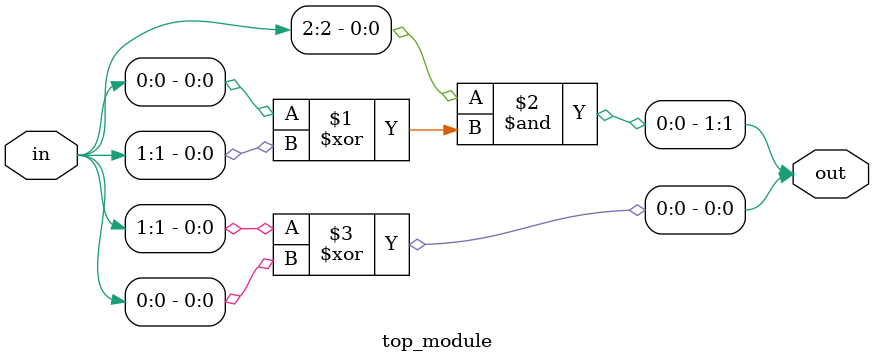
<source format=sv>
module top_module (
	input [2:0] in,
	output [1:0] out
);
	// Combinational logic for adding the input bits
	assign out[1] = in[2] & (in[0] ^ in[1]);
	assign out[0] = in[1] ^ in[0];
endmodule

</source>
